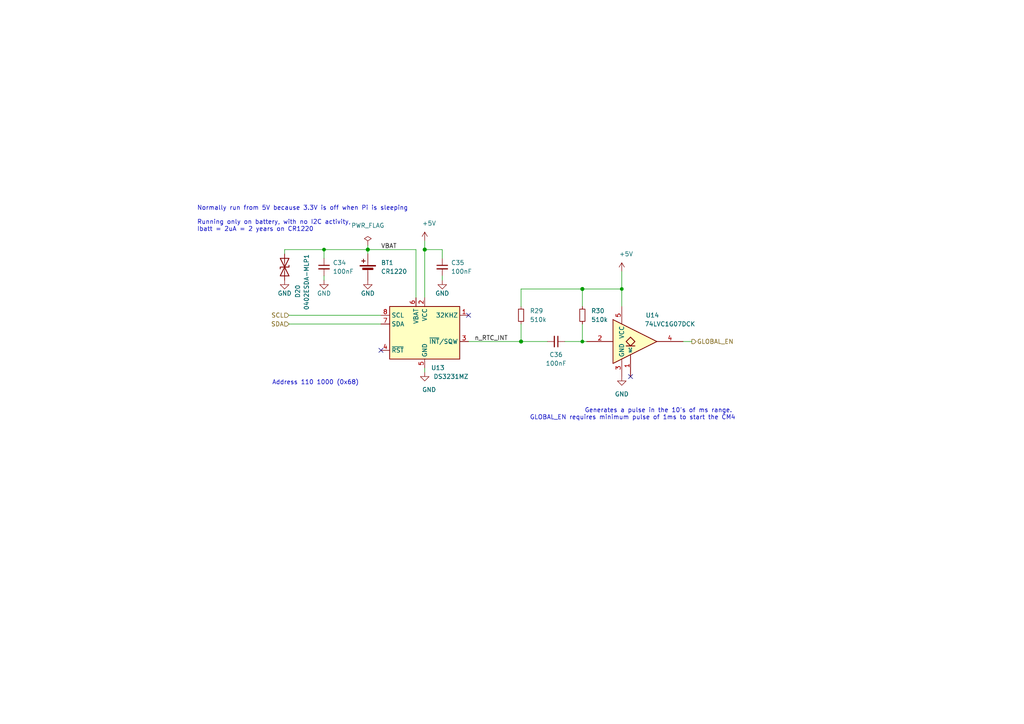
<source format=kicad_sch>
(kicad_sch (version 20230819) (generator eeschema)
  (paper "A4")
  (lib_symbols
    (symbol "74xGxx:74LVC1G07"
      (property "Reference" "U" (at 0 7.62 0))
      (property "Value" "74LVC1G07" (at 3.81 -7.62 0))
      (symbol "74LVC1G07_0_1"
        (polyline (pts (xy -3.81 -1.27) (xy -1.27 -1.27)) (stroke (width 0.254)) (fill (type background)))
        (polyline (pts (xy -7.62 6.35) (xy -7.62 -6.35) (xy 5.08 0) (xy -7.62 6.35)) (stroke (width 0.254)) (fill (type background)))
        (polyline (pts (xy -2.54 1.27) (xy -3.81 0) (xy -2.54 -1.27) (xy -1.27 0) (xy -2.54 1.27)) (stroke (width 0.254)) (fill (type background)))
      )
      (symbol "74LVC1G07_1_1"
        (pin free line (at -2.54 -10.16 90) (length 6.35) (name "NC") (number "1"))
        (pin input line (at -15.24 0 0) (length 7.62) (name "~") (number "2"))
        (pin power_in line (at -5.08 -10.16 90) (length 5.08) (name "GND") (number "3"))
        (pin open_collector line (at 12.7 0 180) (length 7.62) (name "~") (number "4"))
        (pin power_in line (at -5.08 10.16 270) (length 5.08) (name "VCC") (number "5"))
      )
    )
    (symbol "Device:Battery_Cell" (pin_numbers hide) (pin_names (offset 0) hide)
      (property "Reference" "BT" (at 2.54 2.54 0))
      (property "Value" "Battery_Cell" (at 2.54 0 0))
      (symbol "Battery_Cell_0_1"
        (rectangle (start -2.286 1.778) (end 2.286 1.524) (fill (type outline)))
        (rectangle (start -1.524 1.016) (end 1.524 0.508) (fill (type outline)))
        (polyline (pts (xy 0 0.762) (xy 0 0)))
        (polyline (pts (xy 0 1.778) (xy 0 2.54)))
        (polyline (pts (xy 0.762 3.048) (xy 1.778 3.048)) (stroke (width 0.254)))
        (polyline (pts (xy 1.27 3.556) (xy 1.27 2.54)) (stroke (width 0.254)))
      )
      (symbol "Battery_Cell_1_1"
        (pin passive line (at 0 5.08 270) (length 2.54) (name "+") (number "1"))
        (pin passive line (at 0 -2.54 90) (length 2.54) (name "-") (number "2"))
      )
    )
    (symbol "Device:C_Small" (pin_numbers hide) (pin_names (offset 0.254) hide)
      (property "Reference" "C" (at 0.254 1.778 0))
      (property "Value" "C_Small" (at 0.254 -2.032 0))
      (symbol "C_Small_0_1"
        (polyline (pts (xy -1.524 -0.508) (xy 1.524 -0.508)) (stroke (width 0.3302)))
        (polyline (pts (xy -1.524 0.508) (xy 1.524 0.508)) (stroke (width 0.3048)))
      )
      (symbol "C_Small_1_1"
        (pin passive line (at 0 2.54 270) (length 2.032) (name "~") (number "1"))
        (pin passive line (at 0 -2.54 90) (length 2.032) (name "~") (number "2"))
      )
    )
    (symbol "Device:D_TVS" (pin_numbers hide) (pin_names (offset 1.016) hide)
      (property "Reference" "D" (at 0 2.54 0))
      (property "Value" "D_TVS" (at 0 -2.54 0))
      (symbol "D_TVS_0_1"
        (polyline (pts (xy 1.27 0) (xy -1.27 0)))
        (polyline (pts (xy 0.508 1.27) (xy 0 1.27) (xy 0 -1.27) (xy -0.508 -1.27)) (stroke (width 0.254)))
        (polyline (pts (xy -2.54 1.27) (xy -2.54 -1.27) (xy 2.54 1.27) (xy 2.54 -1.27) (xy -2.54 1.27)) (stroke (width 0.254)))
      )
      (symbol "D_TVS_1_1"
        (pin passive line (at -3.81 0 0) (length 2.54) (name "A1") (number "1"))
        (pin passive line (at 3.81 0 180) (length 2.54) (name "A2") (number "2"))
      )
    )
    (symbol "Device:R_Small" (pin_numbers hide) (pin_names (offset 0.254) hide)
      (property "Reference" "R" (at 0.762 0.508 0))
      (property "Value" "R_Small" (at 0.762 -1.016 0))
      (symbol "R_Small_0_1"
        (rectangle (start -0.762 1.778) (end 0.762 -1.778) (stroke (width 0.2032)))
      )
      (symbol "R_Small_1_1"
        (pin passive line (at 0 2.54 270) (length 0.762) (name "~") (number "1"))
        (pin passive line (at 0 -2.54 90) (length 0.762) (name "~") (number "2"))
      )
    )
    (symbol "Timer_RTC:DS3231MZ"
      (property "Reference" "U" (at -7.62 8.89 0))
      (property "Value" "DS3231MZ" (at 11.43 8.89 0))
      (symbol "DS3231MZ_0_1"
        (rectangle (start -10.16 7.62) (end 10.16 -7.62) (stroke (width 0.254)) (fill (type background)))
      )
      (symbol "DS3231MZ_1_1"
        (pin open_collector line (at 12.7 5.08 180) (length 2.54) (name "32KHZ") (number "1"))
        (pin power_in line (at 0 10.16 270) (length 2.54) (name "VCC") (number "2"))
        (pin open_collector line (at 12.7 -2.54 180) (length 2.54) (name "~{INT}/SQW") (number "3"))
        (pin bidirectional line (at -12.7 -5.08 0) (length 2.54) (name "~{RST}") (number "4"))
        (pin power_in line (at 0 -10.16 90) (length 2.54) (name "GND") (number "5"))
        (pin power_in line (at -2.54 10.16 270) (length 2.54) (name "VBAT") (number "6"))
        (pin bidirectional line (at -12.7 2.54 0) (length 2.54) (name "SDA") (number "7"))
        (pin input line (at -12.7 5.08 0) (length 2.54) (name "SCL") (number "8"))
      )
    )
    (symbol "power:+5V" (power) (pin_names (offset 0))
      (property "Value" "+5V" (at 0 3.556 0))
      (symbol "+5V_0_1"
        (polyline (pts (xy -0.762 1.27) (xy 0 2.54)))
        (polyline (pts (xy 0 0) (xy 0 2.54)))
        (polyline (pts (xy 0 2.54) (xy 0.762 1.27)))
      )
      (symbol "+5V_1_1"
        (pin power_in line (at 0 0 90) (length 0) hide (name "+5V") (number "1"))
      )
    )
    (symbol "power:GND" (power) (pin_names (offset 0))
      (property "Value" "GND" (at 0 -3.81 0))
      (symbol "GND_0_1"
        (polyline (pts (xy 0 0) (xy 0 -1.27) (xy 1.27 -1.27) (xy 0 -2.54) (xy -1.27 -1.27) (xy 0 -1.27)))
      )
      (symbol "GND_1_1"
        (pin power_in line (at 0 0 270) (length 0) hide (name "GND") (number "1"))
      )
    )
    (symbol "power:PWR_FLAG" (power) (pin_numbers hide) (pin_names (offset 0) hide)
      (property "Value" "PWR_FLAG" (at 0 3.81 0))
      (symbol "PWR_FLAG_0_0"
        (pin power_out line (at 0 0 90) (length 0) (name "pwr") (number "1"))
      )
      (symbol "PWR_FLAG_0_1"
        (polyline (pts (xy 0 0) (xy 0 1.27) (xy -1.016 1.905) (xy 0 2.54) (xy 1.016 1.905) (xy 0 1.27)))
      )
    )
  )
  (junction (at 123.19 72.39) (diameter 1.016))
  (junction (at 151.13 99.06) (diameter 1.016))
  (junction (at 180.34 83.82))
  (junction (at 106.68 72.39) (diameter 1.016))
  (junction (at 168.91 99.06))
  (junction (at 93.98 72.39))
  (junction (at 168.91 83.82) (diameter 1.016))
  (no_connect (at 135.89 91.44))
  (no_connect (at 182.88 109.22))
  (no_connect (at 110.49 101.6))
  (wire (pts (xy 168.91 83.82) (xy 168.91 88.9)))
  (wire (pts (xy 180.34 78.74) (xy 180.34 83.82)))
  (wire (pts (xy 93.98 72.39) (xy 93.98 74.93)))
  (wire (pts (xy 106.68 72.39) (xy 93.98 72.39)))
  (wire (pts (xy 123.19 69.85) (xy 123.19 72.39)))
  (wire (pts (xy 163.83 99.06) (xy 168.91 99.06)))
  (wire (pts (xy 93.98 72.39) (xy 82.55 72.39)))
  (wire (pts (xy 120.65 72.39) (xy 120.65 86.36)))
  (wire (pts (xy 151.13 83.82) (xy 168.91 83.82)))
  (wire (pts (xy 151.13 88.9) (xy 151.13 83.82)))
  (wire (pts (xy 168.91 83.82) (xy 180.34 83.82)))
  (wire (pts (xy 180.34 83.82) (xy 180.34 88.9)))
  (wire (pts (xy 198.12 99.06) (xy 200.66 99.06)))
  (wire (pts (xy 123.19 72.39) (xy 128.27 72.39)))
  (wire (pts (xy 168.91 93.98) (xy 168.91 99.06)))
  (wire (pts (xy 168.91 99.06) (xy 170.18 99.06)))
  (wire (pts (xy 123.19 106.68) (xy 123.19 107.95)))
  (wire (pts (xy 135.89 99.06) (xy 151.13 99.06)))
  (wire (pts (xy 151.13 99.06) (xy 158.75 99.06)))
  (wire (pts (xy 106.68 71.12) (xy 106.68 72.39)))
  (wire (pts (xy 151.13 93.98) (xy 151.13 99.06)))
  (wire (pts (xy 83.82 93.98) (xy 110.49 93.98)))
  (wire (pts (xy 83.82 91.44) (xy 110.49 91.44)))
  (wire (pts (xy 82.55 72.39) (xy 82.55 73.66)))
  (wire (pts (xy 128.27 81.28) (xy 128.27 80.01)))
  (wire (pts (xy 128.27 72.39) (xy 128.27 74.93)))
  (wire (pts (xy 123.19 72.39) (xy 123.19 86.36)))
  (wire (pts (xy 93.98 80.01) (xy 93.98 81.28)))
  (wire (pts (xy 106.68 72.39) (xy 120.65 72.39)))
  (wire (pts (xy 106.68 73.66) (xy 106.68 72.39)))
  (text "Generates a pulse in the 10's of ms range. \nGLOBAL_EN requires minimum pulse of 1ms to start the CM4" (at 213.36 121.92 0) (effects (font (size 1.27 1.27)) (justify right bottom)))
  (text "Address 110 1000 (0x68)" (at 104.14 111.76 0) (effects (font (size 1.27 1.27)) (justify right bottom)))
  (text "Normally run from 5V because 3.3V is off when Pi is sleeping\n\nRunning only on battery, with no I2C activity, \nIbatt = 2uA = 2 years on CR1220" (at 57.15 67.31 0) (effects (font (size 1.27 1.27)) (justify left bottom)))
  (label "VBAT" (at 110.49 72.39 0))
  (label "n_RTC_INT" (at 147.32 99.06 180))
  (hierarchical_label "SCL" (shape input) (at 83.82 91.44 180))
  (hierarchical_label "SDA" (shape input) (at 83.82 93.98 180))
  (hierarchical_label "GLOBAL_EN" (shape output) (at 200.66 99.06 0))
  (symbol (lib_id "power:GND") (at 82.55 81.28 0) (unit 1)
    (property "Reference" "#PWR0171" (effects hide))
    (property "Value" "GND" (at 82.55 85.09 0))
  )
  (symbol (lib_id "Device:D_TVS") (at 82.55 77.47 270) (mirror x) (unit 1)
    (property "Reference" "D20" (at 86.36 82.55 0) (effects (justify right)))
    (property "Value" "0402ESDA-MLP1" (at 88.9 73.66 0) (effects (justify right)))
    (property "Footprint" "Diode_SMD:D_0402_1005Metric" (effects hide))
    (property "Digikey" "283-2964-6-ND" (effects hide))
    (property "MPN" "0402ESDA-MLP1" (effects hide))
    (property "Mouser" "504-0402ESDA-MLP1" (effects hide))
    (property "Manufacturer" "Eaton" (effects hide))
  )
  (symbol (lib_id "power:GND") (at 123.19 107.95 0) (unit 1)
    (property "Reference" "#PWR0175" (effects hide))
    (property "Value" "GND" (at 124.46 113.03 0))
  )
  (symbol (lib_id "power:+5V") (at 180.34 78.74 0) (unit 1)
    (property "Reference" "#PWR0177" (effects hide))
    (property "Value" "+5V" (at 181.61 73.66 0))
  )
  (symbol (lib_id "power:GND") (at 93.98 81.28 0) (unit 1)
    (property "Reference" "#PWR0172" (effects hide))
    (property "Value" "GND" (at 93.98 85.09 0))
  )
  (symbol (lib_id "power:GND") (at 180.34 109.22 0) (unit 1)
    (property "Reference" "#PWR0178" (effects hide))
    (property "Value" "GND" (at 180.34 114.3 0))
  )
  (symbol (lib_id "Device:C_Small") (at 128.27 77.47 0) (unit 1)
    (property "Reference" "C35" (at 130.81 76.2 0) (effects (justify left)))
    (property "Value" "100nF" (at 130.81 78.74 0) (effects (justify left)))
    (property "Footprint" "Capacitor_SMD:C_0402_1005Metric" (effects hide))
    (property "MPN" "GRM155R71H104KE14D " (effects hide))
    (property "Mouser" "81-GRM155R71H104KE4D " (effects hide))
    (property "Manufacturer" "Murata" (effects hide))
    (property "Voltage" "50V" (effects hide))
  )
  (symbol (lib_id "74xGxx:74LVC1G07") (at 185.42 99.06 0) (unit 1)
    (property "Reference" "U14" (at 189.23 91.44 0))
    (property "Value" "74LVC1G07DCK" (at 194.31 93.98 0))
    (property "Footprint" "Package_TO_SOT_SMD:SOT-353_SC-70-5" (effects hide))
    (property "Datasheet" "http://www.ti.com/lit/sg/scyt129e/scyt129e.pdf" (effects hide))
    (property "Digikey" "296-26591-6-ND" (effects hide))
    (property "MPN" "SN74LVC1G07DCKT" (effects hide))
    (property "Mouser" "595-SN74LVC1G07DCK3" (effects hide))
    (property "Manufacturer" "TI" (effects hide))
  )
  (symbol (lib_id "Device:Battery_Cell") (at 106.68 78.74 0) (mirror y) (unit 1)
    (property "Reference" "BT1" (at 110.49 76.2 0) (effects (justify right)))
    (property "Value" "CR1220" (at 110.49 78.74 0) (effects (justify right)))
    (property "Footprint" "jeffmakes-footprints:Keystone-3000-CR1220-CR1216" (effects hide))
    (property "Digikey" "36-3000CT-ND" (effects hide))
    (property "MPN" "3000TR" (effects hide))
    (property "Manufacturer" "Keystone" (effects hide))
    (property "Mouser" "534-3000TR" (effects hide))
  )
  (symbol (lib_id "power:+5V") (at 123.19 69.85 0) (unit 1)
    (property "Reference" "#PWR0174" (effects hide))
    (property "Value" "+5V" (at 124.46 64.77 0))
  )
  (symbol (lib_id "Device:C_Small") (at 161.29 99.06 270) (unit 1)
    (property "Reference" "C36" (at 161.29 102.87 90))
    (property "Value" "100nF" (at 161.29 105.41 90))
    (property "Footprint" "Capacitor_SMD:C_0402_1005Metric" (effects hide))
    (property "MPN" "GRM155R71H104KE14D " (effects hide))
    (property "Mouser" "81-GRM155R71H104KE4D " (effects hide))
    (property "Manufacturer" "Murata" (effects hide))
    (property "Voltage" "50V" (effects hide))
  )
  (symbol (lib_id "power:GND") (at 106.68 81.28 0) (unit 1)
    (property "Reference" "#PWR0173" (effects hide))
    (property "Value" "GND" (at 106.68 85.09 0))
  )
  (symbol (lib_id "Device:R_Small") (at 168.91 91.44 0) (mirror y) (unit 1)
    (property "Reference" "R30" (at 171.45 90.17 0) (effects (justify right)))
    (property "Value" "510k" (at 171.45 92.71 0) (effects (justify right)))
    (property "Footprint" "Resistor_SMD:R_0402_1005Metric" (effects hide))
  )
  (symbol (lib_id "Device:R_Small") (at 151.13 91.44 0) (mirror y) (unit 1)
    (property "Reference" "R29" (at 153.67 90.17 0) (effects (justify right)))
    (property "Value" "510k" (at 153.67 92.71 0) (effects (justify right)))
    (property "Footprint" "Resistor_SMD:R_0402_1005Metric" (effects hide))
  )
  (symbol (lib_id "power:PWR_FLAG") (at 106.68 71.12 0) (unit 1)
    (property "Reference" "#FLG015" (effects hide))
    (property "Value" "PWR_FLAG" (at 106.68 65.405 0))
  )
  (symbol (lib_id "Timer_RTC:DS3231MZ") (at 123.19 96.52 0) (unit 1)
    (property "Reference" "U13" (at 127 106.68 0))
    (property "Value" "DS3231MZ" (at 130.81 109.22 0))
    (property "Footprint" "Package_SO:SOIC-8_3.9x4.9mm_P1.27mm" (effects hide))
    (property "Datasheet" "http://datasheets.maximintegrated.com/en/ds/DS3231M.pdf" (effects hide))
    (property "Digikey" "DS3231MZ+-ND" (effects hide))
    (property "MPN" "DS3231MZ+" (effects hide))
    (property "Mouser" "700-DS3231MZ+" (effects hide))
    (property "Manufacturer" "Maxim" (effects hide))
  )
  (symbol (lib_id "power:GND") (at 128.27 81.28 0) (unit 1)
    (property "Reference" "#PWR0176" (effects hide))
    (property "Value" "GND" (at 128.27 85.09 0))
  )
  (symbol (lib_id "Device:C_Small") (at 93.98 77.47 0) (unit 1)
    (property "Reference" "C34" (at 96.52 76.2 0) (effects (justify left)))
    (property "Value" "100nF" (at 96.52 78.74 0) (effects (justify left)))
    (property "Footprint" "Capacitor_SMD:C_0402_1005Metric" (effects hide))
    (property "MPN" "GRM155R71H104KE14D " (effects hide))
    (property "Mouser" "81-GRM155R71H104KE4D " (effects hide))
    (property "Manufacturer" "Murata" (effects hide))
    (property "Voltage" "50V" (effects hide))
  )
)
</source>
